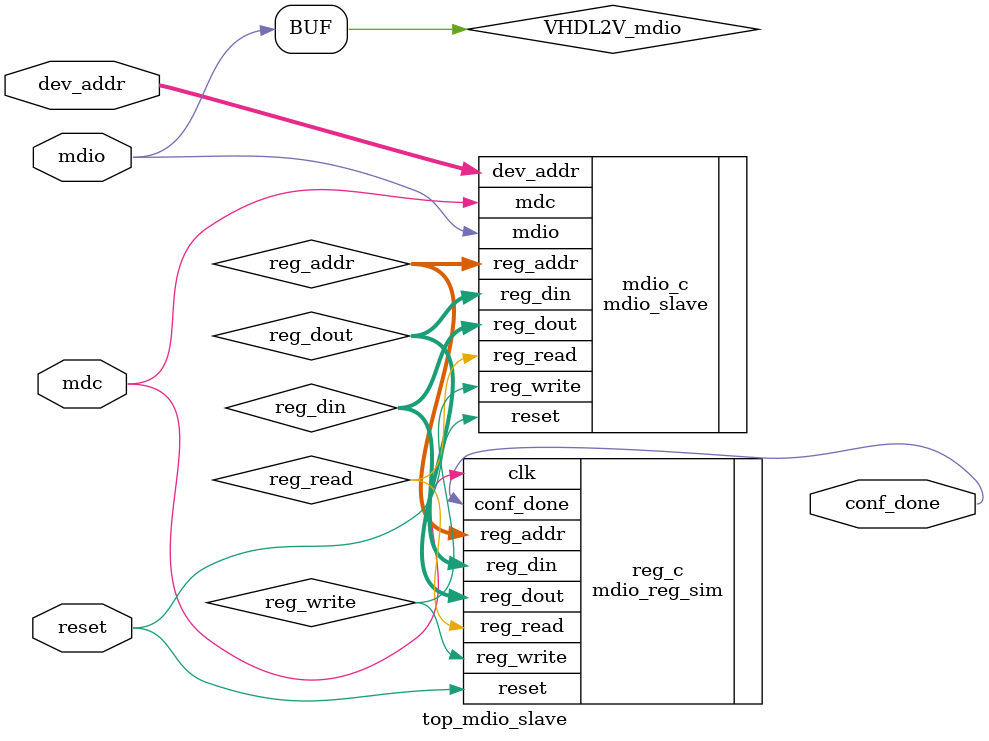
<source format=v>



`timescale 1 ns / 10 ps
//`include "common_header.verilog" 

module top_mdio_slave (reset,
   mdc,
   mdio,
   dev_addr,
   conf_done);
input   reset; 
input   mdc; 
inout   mdio; 
input   [4:0] dev_addr; 
output   conf_done; 
wire    VHDL2V_mdio; 
wire    mdio; 
wire    conf_done; 
wire    [4:0] reg_addr; //  Address register
wire    reg_read; //  Read register         
wire    reg_write; //  Write register         
wire    [15:0] reg_dout; //  Data Bus OUT
wire    [15:0] reg_din; //  Data Bus IN 

mdio_slave mdio_c (.reset(reset),
          .mdc(mdc),
          .mdio(mdio),
          .dev_addr(dev_addr),
          .reg_addr(reg_addr),
          .reg_read(reg_read),
          .reg_write(reg_write),
          .reg_dout(reg_din),
          .reg_din(reg_dout));
mdio_reg_sim reg_c (.reset(reset),
          .clk(mdc),
          .reg_addr(reg_addr),
          .reg_write(reg_write),
          .reg_read(reg_read),
          .reg_dout(reg_dout),
          .reg_din(reg_din),
          .conf_done(conf_done));
assign mdio = VHDL2V_mdio; 

endmodule // module top_mdio_slave


</source>
